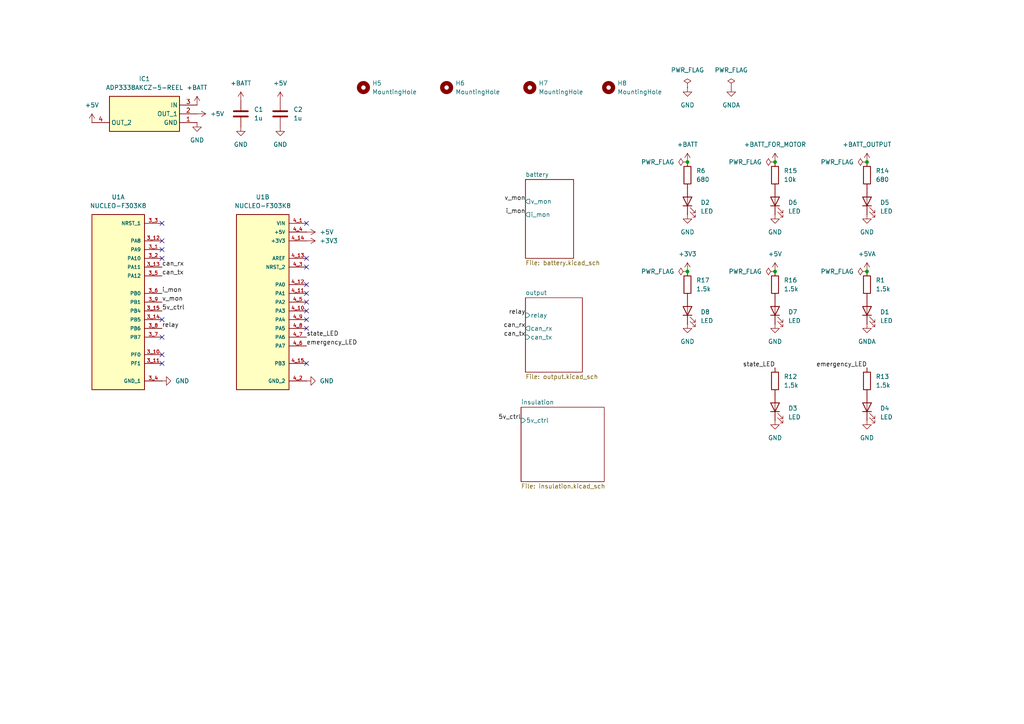
<source format=kicad_sch>
(kicad_sch (version 20231120) (generator "eeschema") (generator_version "8.0")
  (paper "A4")
  (lib_symbols
    (symbol "Device:C" (pin_numbers hide) (pin_names (offset 0.254))
      (property "Reference" "C" (at 0.635 2.54 0))
      (property "Value" "C" (at 0.635 -2.54 0))
      (symbol "C_0_1"
        (polyline (pts (xy -2.032 -0.762) (xy 2.032 -0.762)) (stroke (width 0.508)))
        (polyline (pts (xy -2.032 0.762) (xy 2.032 0.762)) (stroke (width 0.508)))
      )
      (symbol "C_1_1"
        (pin passive line (at 0 3.81 270) (length 2.794) (name "~") (number "1"))
        (pin passive line (at 0 -3.81 90) (length 2.794) (name "~") (number "2"))
      )
    )
    (symbol "Device:LED" (pin_numbers hide) (pin_names (offset 1.016) hide)
      (property "Reference" "D" (at 0 2.54 0))
      (property "Value" "LED" (at 0 -2.54 0))
      (symbol "LED_0_1"
        (polyline (pts (xy -1.27 -1.27) (xy -1.27 1.27)) (stroke (width 0.254)))
        (polyline (pts (xy -1.27 0) (xy 1.27 0)))
        (polyline (pts (xy 1.27 -1.27) (xy 1.27 1.27) (xy -1.27 0) (xy 1.27 -1.27)) (stroke (width 0.254)))
        (polyline (pts (xy -3.048 -0.762) (xy -4.572 -2.286) (xy -3.81 -2.286) (xy -4.572 -2.286) (xy -4.572 -1.524)))
        (polyline (pts (xy -1.778 -0.762) (xy -3.302 -2.286) (xy -2.54 -2.286) (xy -3.302 -2.286) (xy -3.302 -1.524)))
      )
      (symbol "LED_1_1"
        (pin passive line (at -3.81 0 0) (length 2.54) (name "K") (number "1"))
        (pin passive line (at 3.81 0 180) (length 2.54) (name "A") (number "2"))
      )
    )
    (symbol "Device:R" (pin_numbers hide) (pin_names (offset 0))
      (property "Reference" "R" (at 2.032 0 90))
      (property "Value" "R" (at 0 0 90))
      (symbol "R_0_1"
        (rectangle (start -1.016 -2.54) (end 1.016 2.54) (stroke (width 0.254)))
      )
      (symbol "R_1_1"
        (pin passive line (at 0 3.81 270) (length 1.27) (name "~") (number "1"))
        (pin passive line (at 0 -3.81 90) (length 1.27) (name "~") (number "2"))
      )
    )
    (symbol "Mechanical:MountingHole" (pin_names (offset 1.016)) (exclude_from_sim yes) (in_bom no)
      (property "Reference" "H" (at 0 5.08 0))
      (property "Value" "MountingHole" (at 0 3.175 0))
      (symbol "MountingHole_0_1"
        (circle (center 0 0) (radius 1.27) (stroke (width 1.27)))
      )
    )
    (symbol "power:+3V3" (power) (pin_numbers hide) (pin_names (offset 0) hide)
      (property "Value" "+3V3" (at 0 3.556 0))
      (symbol "+3V3_0_1"
        (polyline (pts (xy -0.762 1.27) (xy 0 2.54)))
        (polyline (pts (xy 0 0) (xy 0 2.54)))
        (polyline (pts (xy 0 2.54) (xy 0.762 1.27)))
      )
      (symbol "+3V3_1_1"
        (pin power_in line (at 0 0 90) (length 0) (name "~") (number "1"))
      )
    )
    (symbol "power:+5V" (power) (pin_numbers hide) (pin_names (offset 0) hide)
      (property "Value" "+5V" (at 0 3.556 0))
      (symbol "+5V_0_1"
        (polyline (pts (xy -0.762 1.27) (xy 0 2.54)))
        (polyline (pts (xy 0 0) (xy 0 2.54)))
        (polyline (pts (xy 0 2.54) (xy 0.762 1.27)))
      )
      (symbol "+5V_1_1"
        (pin power_in line (at 0 0 90) (length 0) (name "~") (number "1"))
      )
    )
    (symbol "power:+5VA" (power) (pin_numbers hide) (pin_names (offset 0) hide)
      (property "Value" "+5VA" (at 0 3.556 0))
      (symbol "+5VA_0_1"
        (polyline (pts (xy -0.762 1.27) (xy 0 2.54)))
        (polyline (pts (xy 0 0) (xy 0 2.54)))
        (polyline (pts (xy 0 2.54) (xy 0.762 1.27)))
      )
      (symbol "+5VA_1_1"
        (pin power_in line (at 0 0 90) (length 0) (name "~") (number "1"))
      )
    )
    (symbol "power:+BATT" (power) (pin_numbers hide) (pin_names (offset 0) hide)
      (property "Value" "+BATT" (at 0 3.556 0))
      (symbol "+BATT_0_1"
        (polyline (pts (xy -0.762 1.27) (xy 0 2.54)))
        (polyline (pts (xy 0 0) (xy 0 2.54)))
        (polyline (pts (xy 0 2.54) (xy 0.762 1.27)))
      )
      (symbol "+BATT_1_1"
        (pin power_in line (at 0 0 90) (length 0) (name "~") (number "1"))
      )
    )
    (symbol "power:GND" (power) (pin_numbers hide) (pin_names (offset 0) hide)
      (property "Value" "GND" (at 0 -3.81 0))
      (symbol "GND_0_1"
        (polyline (pts (xy 0 0) (xy 0 -1.27) (xy 1.27 -1.27) (xy 0 -2.54) (xy -1.27 -1.27) (xy 0 -1.27)))
      )
      (symbol "GND_1_1"
        (pin power_in line (at 0 0 270) (length 0) (name "~") (number "1"))
      )
    )
    (symbol "power:GNDA" (power) (pin_numbers hide) (pin_names (offset 0) hide)
      (property "Value" "GNDA" (at 0 -3.81 0))
      (symbol "GNDA_0_1"
        (polyline (pts (xy 0 0) (xy 0 -1.27) (xy 1.27 -1.27) (xy 0 -2.54) (xy -1.27 -1.27) (xy 0 -1.27)))
      )
      (symbol "GNDA_1_1"
        (pin power_in line (at 0 0 270) (length 0) (name "~") (number "1"))
      )
    )
    (symbol "power:PWR_FLAG" (power) (pin_numbers hide) (pin_names (offset 0) hide)
      (property "Value" "PWR_FLAG" (at 0 3.81 0))
      (symbol "PWR_FLAG_0_0"
        (pin power_out line (at 0 0 90) (length 0) (name "~") (number "1"))
      )
      (symbol "PWR_FLAG_0_1"
        (polyline (pts (xy 0 0) (xy 0 1.27) (xy -1.016 1.905) (xy 0 2.54) (xy 1.016 1.905) (xy 0 1.27)))
      )
    )
    (symbol "power_board2:ADP3338AKCZ-5-REEL"
      (property "Reference" "IC" (at 26.67 7.62 0))
      (property "Value" "ADP3338AKCZ-5-REEL" (at 26.67 5.08 0))
      (symbol "ADP3338AKCZ-5-REEL_1_1"
        (rectangle (start 5.08 2.54) (end 25.4 -7.62) (stroke (width 0.254)) (fill (type background)))
        (pin passive line (at 0 0 0) (length 5.08) (name "GND") (number "1"))
        (pin passive line (at 0 -2.54 0) (length 5.08) (name "OUT_1") (number "2"))
        (pin passive line (at 0 -5.08 0) (length 5.08) (name "IN") (number "3"))
        (pin passive line (at 30.48 0 180) (length 5.08) (name "OUT_2") (number "4"))
      )
    )
    (symbol "power_board2:NUCLEO-F303K8" (pin_names (offset 1.016))
      (property "Reference" "U" (at -7.6292 25.9456 0))
      (property "Value" "NUCLEO-F303K8" (at -7.6233 -27.7005 0))
      (symbol "NUCLEO-F303K8_1_0"
        (rectangle (start -7.62 -25.4) (end 7.62 25.4) (stroke (width 0.254)) (fill (type background)))
        (pin bidirectional line (at 12.7 15.24 180) (length 5.08) (name "PA9") (number "3_1"))
        (pin bidirectional line (at 12.7 -15.24 180) (length 5.08) (name "PF0") (number "3_10"))
        (pin bidirectional line (at 12.7 -17.78 180) (length 5.08) (name "PF1") (number "3_11"))
        (pin bidirectional line (at 12.7 17.78 180) (length 5.08) (name "PA8") (number "3_12"))
        (pin bidirectional line (at 12.7 10.16 180) (length 5.08) (name "PA11") (number "3_13"))
        (pin bidirectional line (at 12.7 -5.08 180) (length 5.08) (name "PB5") (number "3_14"))
        (pin bidirectional line (at 12.7 -2.54 180) (length 5.08) (name "PB4") (number "3_15"))
        (pin bidirectional line (at 12.7 12.7 180) (length 5.08) (name "PA10") (number "3_2"))
        (pin bidirectional line (at 12.7 22.86 180) (length 5.08) (name "NRST_1") (number "3_3"))
        (pin power_in line (at 12.7 -22.86 180) (length 5.08) (name "GND_1") (number "3_4"))
        (pin bidirectional line (at 12.7 7.62 180) (length 5.08) (name "PA12") (number "3_5"))
        (pin bidirectional line (at 12.7 2.54 180) (length 5.08) (name "PB0") (number "3_6"))
        (pin bidirectional line (at 12.7 -10.16 180) (length 5.08) (name "PB7") (number "3_7"))
        (pin bidirectional line (at 12.7 -7.62 180) (length 5.08) (name "PB6") (number "3_8"))
        (pin bidirectional line (at 12.7 0 180) (length 5.08) (name "PB1") (number "3_9"))
      )
      (symbol "NUCLEO-F303K8_2_0"
        (rectangle (start -7.62 -25.4) (end 7.62 25.4) (stroke (width 0.254)) (fill (type background)))
        (pin power_in line (at 12.7 22.86 180) (length 5.08) (name "VIN") (number "4_1"))
        (pin bidirectional line (at 12.7 -2.54 180) (length 5.08) (name "PA3") (number "4_10"))
        (pin bidirectional line (at 12.7 2.54 180) (length 5.08) (name "PA1") (number "4_11"))
        (pin bidirectional line (at 12.7 5.08 180) (length 5.08) (name "PA0") (number "4_12"))
        (pin bidirectional line (at 12.7 12.7 180) (length 5.08) (name "AREF") (number "4_13"))
        (pin power_in line (at 12.7 17.78 180) (length 5.08) (name "+3V3") (number "4_14"))
        (pin bidirectional line (at 12.7 -17.78 180) (length 5.08) (name "PB3") (number "4_15"))
        (pin power_in line (at 12.7 -22.86 180) (length 5.08) (name "GND_2") (number "4_2"))
        (pin bidirectional line (at 12.7 10.16 180) (length 5.08) (name "NRST_2") (number "4_3"))
        (pin power_in line (at 12.7 20.32 180) (length 5.08) (name "+5V") (number "4_4"))
        (pin bidirectional line (at 12.7 0 180) (length 5.08) (name "PA2") (number "4_5"))
        (pin bidirectional line (at 12.7 -12.7 180) (length 5.08) (name "PA7") (number "4_6"))
        (pin bidirectional line (at 12.7 -10.16 180) (length 5.08) (name "PA6") (number "4_7"))
        (pin bidirectional line (at 12.7 -7.62 180) (length 5.08) (name "PA5") (number "4_8"))
        (pin bidirectional line (at 12.7 -5.08 180) (length 5.08) (name "PA4") (number "4_9"))
      )
    )
  )
  (junction (at 224.79 46.99))
  (junction (at 251.46 46.99))
  (junction (at 251.46 78.74))
  (junction (at 199.39 46.99))
  (junction (at 199.39 78.74))
  (junction (at 224.79 78.74))
  (no_connect (at 88.9 82.55))
  (no_connect (at 46.99 72.39))
  (no_connect (at 88.9 87.63))
  (no_connect (at 46.99 105.41))
  (no_connect (at 88.9 105.41))
  (no_connect (at 46.99 74.93))
  (no_connect (at 88.9 90.17))
  (no_connect (at 88.9 64.77))
  (no_connect (at 46.99 64.77))
  (no_connect (at 46.99 92.71))
  (no_connect (at 46.99 69.85))
  (no_connect (at 88.9 85.09))
  (no_connect (at 88.9 74.93))
  (no_connect (at 46.99 97.79))
  (no_connect (at 88.9 77.47))
  (no_connect (at 88.9 95.25))
  (no_connect (at 46.99 102.87))
  (no_connect (at 88.9 92.71))
  (label "i_mon" (at 46.99 85.09 0))
  (label "state_LED" (at 88.9 97.79 0))
  (label "can_rx" (at 46.99 77.47 0))
  (label "relay" (at 46.99 95.25 0))
  (label "v_mon" (at 152.4 58.42 180))
  (label "i_mon" (at 152.4 62.23 180))
  (label "5v_ctrl" (at 151.13 121.92 180))
  (label "emergency_LED" (at 88.9 100.33 0))
  (label "v_mon" (at 46.99 87.63 0))
  (label "can_rx" (at 152.4 95.25 180))
  (label "emergency_LED" (at 251.46 106.68 180))
  (label "relay" (at 152.4 91.44 180))
  (label "5v_ctrl" (at 46.99 90.17 0))
  (label "can_tx" (at 152.4 97.79 180))
  (label "state_LED" (at 224.79 106.68 180))
  (label "can_tx" (at 46.99 80.01 0))
  (symbol (lib_id "Mechanical:MountingHole") (at 105.41 25.4 0) (unit 1) (exclude_from_sim yes) (in_bom no)
    (property "Reference" "H5" (at 107.95 24.1299 0) (effects (justify left)))
    (property "Value" "MountingHole" (at 107.95 26.6699 0) (effects (justify left)))
    (property "Footprint" "MountingHole:MountingHole_3.2mm_M3" (effects (hide yes)))
    (property "Description" "Mounting Hole without connection" (effects (hide yes)))
  )
  (symbol (lib_id "power:GNDA") (at 199.39 93.98 0) (unit 1)
    (property "Reference" "#PWR068" (effects (hide yes)))
    (property "Value" "GND" (at 199.39 99.06 0))
    (property "Description" "Power symbol creates a global label with name \"GNDA\" , analog ground" (effects (hide yes)))
  )
  (symbol (lib_id "power:PWR_FLAG") (at 212.09 25.4 0) (unit 1)
    (property "Reference" "#FLG06" (effects (hide yes)))
    (property "Value" "PWR_FLAG" (at 212.09 20.32 0))
    (property "Description" "Special symbol for telling ERC where power comes from" (effects (hide yes)))
  )
  (symbol (lib_id "power_board2:ADP3338AKCZ-5-REEL") (at 57.15 35.56 180) (unit 1)
    (property "Reference" "IC1" (at 41.91 22.86 0))
    (property "Value" "ADP3338AKCZ-5-REEL" (at 41.91 25.4 0))
    (property "Footprint" "power_board2:SOT230P700X180-4N" (effects (hide yes)))
    (property "Datasheet" "https://www.analog.com/media/en/technical-documentation/data-sheets/ADP3338.pdf" (effects (hide yes)))
    (property "Description" "Linear Voltage Regulator IC Positive Fixed 1 Output 1A SOT-223-3" (effects (hide yes)))
    (property "Height" "1.8" (effects (hide yes)))
    (property "Mouser Part Number" "584-ADP3338AKCZ5-R" (effects (hide yes)))
    (property "Mouser Price/Stock" "https://www.mouser.co.uk/ProductDetail/Analog-Devices/ADP3338AKCZ-5-REEL?qs=WIvQP4zGanhim2Tr9nM7fw%3D%3D" (effects (hide yes)))
    (property "Manufacturer_Name" "Analog Devices" (effects (hide yes)))
    (property "Manufacturer_Part_Number" "ADP3338AKCZ-5-REEL" (effects (hide yes)))
  )
  (symbol (lib_id "power:GND") (at 81.28 36.83 0) (unit 1)
    (property "Reference" "#PWR08" (effects (hide yes)))
    (property "Value" "GND" (at 81.28 41.91 0))
    (property "Description" "Power symbol creates a global label with name \"GND\" , ground" (effects (hide yes)))
  )
  (symbol (lib_id "power_board2:NUCLEO-F303K8") (at 76.2 87.63 0) (unit 2)
    (property "Reference" "U1" (at 76.2 57.15 0))
    (property "Value" "NUCLEO-F303K8" (at 76.2 59.69 0))
    (property "Footprint" "power_board2:MODULE_NUCLEO-F303K8" (effects (hide yes)))
    (property "MF" "STMicroelectronics" (effects (hide yes)))
    (property "MAXIMUM_PACKAGE_HEIGHT" "N/A" (effects (hide yes)))
    (property "Package" "None" (effects (hide yes)))
    (property "Price" "None" (effects (hide yes)))
    (property "Check_prices" "https://www.snapeda.com/parts/NUCLEO-F303K8/STMicroelectronics/view-part/?ref=eda" (effects (hide yes)))
    (property "STANDARD" "Manufacturer Recommendations" (effects (hide yes)))
    (property "PARTREV" "5" (effects (hide yes)))
    (property "SnapEDA_Link" "https://www.snapeda.com/parts/NUCLEO-F303K8/STMicroelectronics/view-part/?ref=snap" (effects (hide yes)))
    (property "MP" "NUCLEO-F303K8" (effects (hide yes)))
    (property "Purchase-URL" "https://www.snapeda.com/api/url_track_click_mouser/?unipart_id=276791&manufacturer=STMicroelectronics&part_name=NUCLEO-F303K8&search_term=None" (effects (hide yes)))
    (property "Description_1" "\nSTM32F303K8, mbed-Enabled Development Nucleo-32 STM32F3 ARM® Cortex®-M4 MCU 32-Bit Embedded Evaluation Board\n" (effects (hide yes)))
    (property "SNAPEDA_PN" "NUCLEO-F303K8" (effects (hide yes)))
    (property "Availability" "In Stock" (effects (hide yes)))
    (property "MANUFACTURER" "STMicroelectronics" (effects (hide yes)))
  )
  (symbol (lib_id "power:GND") (at 57.15 35.56 0) (unit 1)
    (property "Reference" "#PWR04" (effects (hide yes)))
    (property "Value" "GND" (at 57.15 40.64 0))
    (property "Description" "Power symbol creates a global label with name \"GND\" , ground" (effects (hide yes)))
  )
  (symbol (lib_id "Device:R") (at 199.39 82.55 0) (unit 1)
    (property "Reference" "R17" (at 201.93 81.2799 0) (effects (justify left)))
    (property "Value" "1.5k" (at 201.93 83.8199 0) (effects (justify left)))
    (property "Footprint" "Resistor_SMD:R_0603_1608Metric" (effects (hide yes)))
    (property "Description" "Resistor" (effects (hide yes)))
  )
  (symbol (lib_id "power:+5V") (at 81.28 29.21 0) (unit 1)
    (property "Reference" "#PWR07" (effects (hide yes)))
    (property "Value" "+5V" (at 81.28 24.13 0))
    (property "Description" "Power symbol creates a global label with name \"+5V\"" (effects (hide yes)))
  )
  (symbol (lib_id "power:+3V3") (at 199.39 78.74 0) (unit 1)
    (property "Reference" "#PWR067" (effects (hide yes)))
    (property "Value" "+3V3" (at 199.39 73.66 0))
    (property "Description" "Power symbol creates a global label with name \"+3V3\"" (effects (hide yes)))
  )
  (symbol (lib_id "power_board2:NUCLEO-F303K8") (at 34.29 87.63 0) (unit 1)
    (property "Reference" "U1" (at 34.29 57.15 0))
    (property "Value" "NUCLEO-F303K8" (at 34.29 59.69 0))
    (property "Footprint" "power_board2:MODULE_NUCLEO-F303K8" (effects (hide yes)))
    (property "MF" "STMicroelectronics" (effects (hide yes)))
    (property "MAXIMUM_PACKAGE_HEIGHT" "N/A" (effects (hide yes)))
    (property "Package" "None" (effects (hide yes)))
    (property "Price" "None" (effects (hide yes)))
    (property "Check_prices" "https://www.snapeda.com/parts/NUCLEO-F303K8/STMicroelectronics/view-part/?ref=eda" (effects (hide yes)))
    (property "STANDARD" "Manufacturer Recommendations" (effects (hide yes)))
    (property "PARTREV" "5" (effects (hide yes)))
    (property "SnapEDA_Link" "https://www.snapeda.com/parts/NUCLEO-F303K8/STMicroelectronics/view-part/?ref=snap" (effects (hide yes)))
    (property "MP" "NUCLEO-F303K8" (effects (hide yes)))
    (property "Purchase-URL" "https://www.snapeda.com/api/url_track_click_mouser/?unipart_id=276791&manufacturer=STMicroelectronics&part_name=NUCLEO-F303K8&search_term=None" (effects (hide yes)))
    (property "Description_1" "\nSTM32F303K8, mbed-Enabled Development Nucleo-32 STM32F3 ARM® Cortex®-M4 MCU 32-Bit Embedded Evaluation Board\n" (effects (hide yes)))
    (property "SNAPEDA_PN" "NUCLEO-F303K8" (effects (hide yes)))
    (property "Availability" "In Stock" (effects (hide yes)))
    (property "MANUFACTURER" "STMicroelectronics" (effects (hide yes)))
  )
  (symbol (lib_id "power:+5V") (at 26.67 35.56 0) (unit 1)
    (property "Reference" "#PWR01" (effects (hide yes)))
    (property "Value" "+5V" (at 26.67 30.48 0))
    (property "Description" "Power symbol creates a global label with name \"+5V\"" (effects (hide yes)))
  )
  (symbol (lib_id "power:+BATT") (at 57.15 30.48 0) (unit 1)
    (property "Reference" "#PWR02" (effects (hide yes)))
    (property "Value" "+BATT" (at 57.15 25.4 0))
    (property "Description" "Power symbol creates a global label with name \"+BATT\"" (effects (hide yes)))
  )
  (symbol (lib_id "power:PWR_FLAG") (at 199.39 46.99 90) (unit 1)
    (property "Reference" "#FLG01" (effects (hide yes)))
    (property "Value" "PWR_FLAG" (at 195.58 46.9899 90) (effects (justify left)))
    (property "Description" "Special symbol for telling ERC where power comes from" (effects (hide yes)))
  )
  (symbol (lib_id "power:GND") (at 224.79 62.23 0) (unit 1)
    (property "Reference" "#PWR056" (effects (hide yes)))
    (property "Value" "GND" (at 224.79 67.31 0))
    (property "Description" "Power symbol creates a global label with name \"GND\" , ground" (effects (hide yes)))
  )
  (symbol (lib_id "Device:R") (at 224.79 82.55 0) (unit 1)
    (property "Reference" "R16" (at 227.33 81.2799 0) (effects (justify left)))
    (property "Value" "1.5k" (at 227.33 83.8199 0) (effects (justify left)))
    (property "Footprint" "Resistor_SMD:R_0603_1608Metric" (effects (hide yes)))
    (property "Description" "Resistor" (effects (hide yes)))
  )
  (symbol (lib_id "Device:R") (at 224.79 50.8 0) (unit 1)
    (property "Reference" "R15" (at 227.33 49.5299 0) (effects (justify left)))
    (property "Value" "10k" (at 227.33 52.0699 0) (effects (justify left)))
    (property "Footprint" "Resistor_SMD:R_0603_1608Metric" (effects (hide yes)))
    (property "Description" "Resistor" (effects (hide yes)))
  )
  (symbol (lib_id "power:+5VA") (at 251.46 78.74 0) (unit 1)
    (property "Reference" "#PWR059" (effects (hide yes)))
    (property "Value" "+5VA" (at 251.46 73.66 0))
    (property "Description" "Power symbol creates a global label with name \"+5VA\"" (effects (hide yes)))
  )
  (symbol (lib_id "Mechanical:MountingHole") (at 153.67 25.4 0) (unit 1) (exclude_from_sim yes) (in_bom no)
    (property "Reference" "H7" (at 156.21 24.1299 0) (effects (justify left)))
    (property "Value" "MountingHole" (at 156.21 26.6699 0) (effects (justify left)))
    (property "Footprint" "MountingHole:MountingHole_3.2mm_M3" (effects (hide yes)))
    (property "Description" "Mounting Hole without connection" (effects (hide yes)))
  )
  (symbol (lib_id "Device:LED") (at 224.79 118.11 90) (unit 1)
    (property "Reference" "D3" (at 228.6 118.4274 90) (effects (justify right)))
    (property "Value" "LED" (at 228.6 120.9674 90) (effects (justify right)))
    (property "Footprint" "LED_SMD:LED_0603_1608Metric" (effects (hide yes)))
    (property "Description" "Light emitting diode" (effects (hide yes)))
  )
  (symbol (lib_id "Device:R") (at 251.46 50.8 0) (unit 1)
    (property "Reference" "R14" (at 254 49.5299 0) (effects (justify left)))
    (property "Value" "680" (at 254 52.0699 0) (effects (justify left)))
    (property "Footprint" "Resistor_SMD:R_0603_1608Metric" (effects (hide yes)))
    (property "Description" "Resistor" (effects (hide yes)))
  )
  (symbol (lib_id "Device:LED") (at 199.39 90.17 90) (unit 1)
    (property "Reference" "D8" (at 203.2 90.4874 90) (effects (justify right)))
    (property "Value" "LED" (at 203.2 93.0274 90) (effects (justify right)))
    (property "Footprint" "LED_SMD:LED_0603_1608Metric" (effects (hide yes)))
    (property "Description" "Light emitting diode" (effects (hide yes)))
  )
  (symbol (lib_id "Device:C") (at 81.28 33.02 0) (unit 1)
    (property "Reference" "C2" (at 85.09 31.7499 0) (effects (justify left)))
    (property "Value" "1u" (at 85.09 34.2899 0) (effects (justify left)))
    (property "Footprint" "Capacitor_SMD:C_0603_1608Metric" (effects (hide yes)))
    (property "Description" "Unpolarized capacitor" (effects (hide yes)))
  )
  (symbol (lib_id "Device:LED") (at 199.39 58.42 90) (unit 1)
    (property "Reference" "D2" (at 203.2 58.7374 90) (effects (justify right)))
    (property "Value" "LED" (at 203.2 61.2774 90) (effects (justify right)))
    (property "Footprint" "LED_SMD:LED_0603_1608Metric" (effects (hide yes)))
    (property "Description" "Light emitting diode" (effects (hide yes)))
  )
  (symbol (lib_id "power:PWR_FLAG") (at 199.39 25.4 0) (unit 1)
    (property "Reference" "#FLG07" (effects (hide yes)))
    (property "Value" "PWR_FLAG" (at 199.39 20.32 0))
    (property "Description" "Special symbol for telling ERC where power comes from" (effects (hide yes)))
  )
  (symbol (lib_id "power:PWR_FLAG") (at 251.46 46.99 90) (unit 1)
    (property "Reference" "#FLG02" (effects (hide yes)))
    (property "Value" "PWR_FLAG" (at 247.65 46.9899 90) (effects (justify left)))
    (property "Description" "Special symbol for telling ERC where power comes from" (effects (hide yes)))
  )
  (symbol (lib_id "power:PWR_FLAG") (at 251.46 78.74 90) (unit 1)
    (property "Reference" "#FLG03" (effects (hide yes)))
    (property "Value" "PWR_FLAG" (at 247.65 78.7399 90) (effects (justify left)))
    (property "Description" "Special symbol for telling ERC where power comes from" (effects (hide yes)))
  )
  (symbol (lib_id "Mechanical:MountingHole") (at 176.53 25.4 0) (unit 1) (exclude_from_sim yes) (in_bom no)
    (property "Reference" "H8" (at 179.07 24.1299 0) (effects (justify left)))
    (property "Value" "MountingHole" (at 179.07 26.6699 0) (effects (justify left)))
    (property "Footprint" "MountingHole:MountingHole_3.2mm_M3" (effects (hide yes)))
    (property "Description" "Mounting Hole without connection" (effects (hide yes)))
  )
  (symbol (lib_id "power:GNDA") (at 224.79 93.98 0) (unit 1)
    (property "Reference" "#PWR062" (effects (hide yes)))
    (property "Value" "GND" (at 224.79 99.06 0))
    (property "Description" "Power symbol creates a global label with name \"GNDA\" , analog ground" (effects (hide yes)))
  )
  (symbol (lib_id "power:PWR_FLAG") (at 224.79 46.99 90) (unit 1)
    (property "Reference" "#FLG05" (effects (hide yes)))
    (property "Value" "PWR_FLAG" (at 220.98 46.9899 90) (effects (justify left)))
    (property "Description" "Special symbol for telling ERC where power comes from" (effects (hide yes)))
  )
  (symbol (lib_id "power:+BATT") (at 69.85 29.21 0) (unit 1)
    (property "Reference" "#PWR05" (effects (hide yes)))
    (property "Value" "+BATT" (at 69.85 24.13 0))
    (property "Description" "Power symbol creates a global label with name \"+BATT\"" (effects (hide yes)))
  )
  (symbol (lib_id "Device:LED") (at 224.79 58.42 90) (unit 1)
    (property "Reference" "D6" (at 228.6 58.7374 90) (effects (justify right)))
    (property "Value" "LED" (at 228.6 61.2774 90) (effects (justify right)))
    (property "Footprint" "LED_SMD:LED_0603_1608Metric" (effects (hide yes)))
    (property "Description" "Light emitting diode" (effects (hide yes)))
  )
  (symbol (lib_id "power:+5V") (at 57.15 33.02 270) (unit 1)
    (property "Reference" "#PWR03" (effects (hide yes)))
    (property "Value" "+5V" (at 60.96 33.0199 90) (effects (justify left)))
    (property "Description" "Power symbol creates a global label with name \"+5V\"" (effects (hide yes)))
  )
  (symbol (lib_id "power:+BATT") (at 199.39 46.99 0) (unit 1)
    (property "Reference" "#PWR055" (effects (hide yes)))
    (property "Value" "+BATT" (at 199.39 41.91 0))
    (property "Description" "Power symbol creates a global label with name \"+BATT\"" (effects (hide yes)))
  )
  (symbol (lib_id "power:GNDA") (at 251.46 93.98 0) (unit 1)
    (property "Reference" "#PWR060" (effects (hide yes)))
    (property "Value" "GNDA" (at 251.46 99.06 0))
    (property "Description" "Power symbol creates a global label with name \"GNDA\" , analog ground" (effects (hide yes)))
  )
  (symbol (lib_id "Device:LED") (at 251.46 58.42 90) (unit 1)
    (property "Reference" "D5" (at 255.27 58.7374 90) (effects (justify right)))
    (property "Value" "LED" (at 255.27 61.2774 90) (effects (justify right)))
    (property "Footprint" "LED_SMD:LED_0603_1608Metric" (effects (hide yes)))
    (property "Description" "Light emitting diode" (effects (hide yes)))
  )
  (symbol (lib_id "power:+BATT") (at 224.79 46.99 0) (unit 1)
    (property "Reference" "#PWR058" (effects (hide yes)))
    (property "Value" "+BATT_FOR_MOTOR" (at 224.79 41.91 0))
    (property "Description" "Power symbol creates a global label with name \"+BATT\"" (effects (hide yes)))
  )
  (symbol (lib_id "power:GND") (at 251.46 121.92 0) (unit 1)
    (property "Reference" "#PWR052" (effects (hide yes)))
    (property "Value" "GND" (at 251.46 127 0))
    (property "Description" "Power symbol creates a global label with name \"GND\" , ground" (effects (hide yes)))
  )
  (symbol (lib_id "power:GND") (at 224.79 121.92 0) (unit 1)
    (property "Reference" "#PWR051" (effects (hide yes)))
    (property "Value" "GND" (at 224.79 127 0))
    (property "Description" "Power symbol creates a global label with name \"GND\" , ground" (effects (hide yes)))
  )
  (symbol (lib_id "power:GND") (at 199.39 25.4 0) (unit 1)
    (property "Reference" "#PWR065" (effects (hide yes)))
    (property "Value" "GND" (at 199.39 30.48 0))
    (property "Description" "Power symbol creates a global label with name \"GND\" , ground" (effects (hide yes)))
  )
  (symbol (lib_id "Device:C") (at 69.85 33.02 0) (unit 1)
    (property "Reference" "C1" (at 73.66 31.7499 0) (effects (justify left)))
    (property "Value" "1u" (at 73.66 34.2899 0) (effects (justify left)))
    (property "Footprint" "Capacitor_SMD:C_0603_1608Metric" (effects (hide yes)))
    (property "Description" "Unpolarized capacitor" (effects (hide yes)))
  )
  (symbol (lib_id "Device:R") (at 251.46 82.55 0) (unit 1)
    (property "Reference" "R1" (at 254 81.2799 0) (effects (justify left)))
    (property "Value" "1.5k" (at 254 83.8199 0) (effects (justify left)))
    (property "Footprint" "Resistor_SMD:R_0603_1608Metric" (effects (hide yes)))
    (property "Description" "Resistor" (effects (hide yes)))
  )
  (symbol (lib_id "power:GND") (at 69.85 36.83 0) (unit 1)
    (property "Reference" "#PWR06" (effects (hide yes)))
    (property "Value" "GND" (at 69.85 41.91 0))
    (property "Description" "Power symbol creates a global label with name \"GND\" , ground" (effects (hide yes)))
  )
  (symbol (lib_id "Device:LED") (at 251.46 90.17 90) (unit 1)
    (property "Reference" "D1" (at 255.27 90.4874 90) (effects (justify right)))
    (property "Value" "LED" (at 255.27 93.0274 90) (effects (justify right)))
    (property "Footprint" "LED_SMD:LED_0603_1608Metric" (effects (hide yes)))
    (property "Description" "Light emitting diode" (effects (hide yes)))
  )
  (symbol (lib_id "Device:R") (at 251.46 110.49 0) (unit 1)
    (property "Reference" "R13" (at 254 109.2199 0) (effects (justify left)))
    (property "Value" "1.5k" (at 254 111.7599 0) (effects (justify left)))
    (property "Footprint" "Resistor_SMD:R_0603_1608Metric" (effects (hide yes)))
    (property "Description" "Resistor" (effects (hide yes)))
  )
  (symbol (lib_id "power:+5V") (at 88.9 67.31 270) (unit 1)
    (property "Reference" "#PWR09" (effects (hide yes)))
    (property "Value" "+5V" (at 92.71 67.3099 90) (effects (justify left)))
    (property "Description" "Power symbol creates a global label with name \"+5V\"" (effects (hide yes)))
  )
  (symbol (lib_id "Mechanical:MountingHole") (at 129.54 25.4 0) (unit 1) (exclude_from_sim yes) (in_bom no)
    (property "Reference" "H6" (at 132.08 24.1299 0) (effects (justify left)))
    (property "Value" "MountingHole" (at 132.08 26.6699 0) (effects (justify left)))
    (property "Footprint" "MountingHole:MountingHole_3.2mm_M3" (effects (hide yes)))
    (property "Description" "Mounting Hole without connection" (effects (hide yes)))
  )
  (symbol (lib_id "power:GNDA") (at 212.09 25.4 0) (unit 1)
    (property "Reference" "#PWR066" (effects (hide yes)))
    (property "Value" "GNDA" (at 212.09 30.48 0))
    (property "Description" "Power symbol creates a global label with name \"GNDA\" , analog ground" (effects (hide yes)))
  )
  (symbol (lib_id "power:GND") (at 88.9 110.49 90) (unit 1)
    (property "Reference" "#PWR053" (effects (hide yes)))
    (property "Value" "GND" (at 92.71 110.4899 90) (effects (justify right)))
    (property "Description" "Power symbol creates a global label with name \"GND\" , ground" (effects (hide yes)))
  )
  (symbol (lib_id "power:PWR_FLAG") (at 199.39 78.74 90) (unit 1)
    (property "Reference" "#FLG08" (effects (hide yes)))
    (property "Value" "PWR_FLAG" (at 195.58 78.7399 90) (effects (justify left)))
    (property "Description" "Special symbol for telling ERC where power comes from" (effects (hide yes)))
  )
  (symbol (lib_id "power:GND") (at 46.99 110.49 90) (unit 1)
    (property "Reference" "#PWR054" (effects (hide yes)))
    (property "Value" "GND" (at 50.8 110.4899 90) (effects (justify right)))
    (property "Description" "Power symbol creates a global label with name \"GND\" , ground" (effects (hide yes)))
  )
  (symbol (lib_id "power:PWR_FLAG") (at 224.79 78.74 90) (unit 1)
    (property "Reference" "#FLG04" (effects (hide yes)))
    (property "Value" "PWR_FLAG" (at 220.98 78.7399 90) (effects (justify left)))
    (property "Description" "Special symbol for telling ERC where power comes from" (effects (hide yes)))
  )
  (symbol (lib_id "power:GND") (at 199.39 62.23 0) (unit 1)
    (property "Reference" "#PWR057" (effects (hide yes)))
    (property "Value" "GND" (at 199.39 67.31 0))
    (property "Description" "Power symbol creates a global label with name \"GND\" , ground" (effects (hide yes)))
  )
  (symbol (lib_id "Device:R") (at 224.79 110.49 0) (unit 1)
    (property "Reference" "R12" (at 227.33 109.2199 0) (effects (justify left)))
    (property "Value" "1.5k" (at 227.33 111.7599 0) (effects (justify left)))
    (property "Footprint" "Resistor_SMD:R_0603_1608Metric" (effects (hide yes)))
    (property "Description" "Resistor" (effects (hide yes)))
  )
  (symbol (lib_id "Device:R") (at 199.39 50.8 0) (unit 1)
    (property "Reference" "R6" (at 201.93 49.5299 0) (effects (justify left)))
    (property "Value" "680" (at 201.93 52.0699 0) (effects (justify left)))
    (property "Footprint" "Resistor_SMD:R_0603_1608Metric" (effects (hide yes)))
    (property "Description" "Resistor" (effects (hide yes)))
  )
  (symbol (lib_id "Device:LED") (at 224.79 90.17 90) (unit 1)
    (property "Reference" "D7" (at 228.6 90.4874 90) (effects (justify right)))
    (property "Value" "LED" (at 228.6 93.0274 90) (effects (justify right)))
    (property "Footprint" "LED_SMD:LED_0603_1608Metric" (effects (hide yes)))
    (property "Description" "Light emitting diode" (effects (hide yes)))
  )
  (symbol (lib_id "power:+BATT") (at 251.46 46.99 0) (unit 1)
    (property "Reference" "#PWR063" (effects (hide yes)))
    (property "Value" "+BATT_OUTPUT" (at 251.46 41.91 0))
    (property "Description" "Power symbol creates a global label with name \"+BATT\"" (effects (hide yes)))
  )
  (symbol (lib_id "Device:LED") (at 251.46 118.11 90) (unit 1)
    (property "Reference" "D4" (at 255.27 118.4274 90) (effects (justify right)))
    (property "Value" "LED" (at 255.27 120.9674 90) (effects (justify right)))
    (property "Footprint" "LED_SMD:LED_0603_1608Metric" (effects (hide yes)))
    (property "Description" "Light emitting diode" (effects (hide yes)))
  )
  (symbol (lib_id "power:+3V3") (at 88.9 69.85 270) (unit 1)
    (property "Reference" "#PWR010" (effects (hide yes)))
    (property "Value" "+3V3" (at 92.71 69.8499 90) (effects (justify left)))
    (property "Description" "Power symbol creates a global label with name \"+3V3\"" (effects (hide yes)))
  )
  (symbol (lib_id "power:+5VA") (at 224.79 78.74 0) (unit 1)
    (property "Reference" "#PWR061" (effects (hide yes)))
    (property "Value" "+5V" (at 224.79 73.66 0))
    (property "Description" "Power symbol creates a global label with name \"+5VA\"" (effects (hide yes)))
  )
  (symbol (lib_id "power:GND") (at 251.46 62.23 0) (unit 1)
    (property "Reference" "#PWR064" (effects (hide yes)))
    (property "Value" "GND" (at 251.46 67.31 0))
    (property "Description" "Power symbol creates a global label with name \"GND\" , ground" (effects (hide yes)))
  )
  (sheet (at 152.4 52.07) (size 13.97 22.86) (stroke (width 0.1524))
    (property "Sheetname" "battery" (at 152.4 51.3584 0) (effects (justify left bottom)))
    (property "Sheetfile" "battery.kicad_sch" (at 152.4 75.5146 0) (effects (justify left top)))
    (pin "v_mon" output (at 152.4 58.42 180))
    (pin "i_mon" output (at 152.4 62.23 180))
  )
  (sheet (at 151.13 118.11) (size 24.13 21.59) (stroke (width 0.1524))
    (property "Sheetname" "insulation" (at 151.13 117.3984 0) (effects (justify left bottom)))
    (property "Sheetfile" "insulation.kicad_sch" (at 151.13 140.2846 0) (effects (justify left top)))
    (pin "5v_ctrl" input (at 151.13 121.92 180))
  )
  (sheet (at 152.4 86.36) (size 16.51 21.59) (stroke (width 0.1524))
    (property "Sheetname" "output" (at 152.4 85.6484 0) (effects (justify left bottom)))
    (property "Sheetfile" "output.kicad_sch" (at 152.4 108.5346 0) (effects (justify left top)))
    (pin "relay" input (at 152.4 91.44 180))
    (pin "can_rx" output (at 152.4 95.25 180))
    (pin "can_tx" input (at 152.4 97.79 180))
  )
)
</source>
